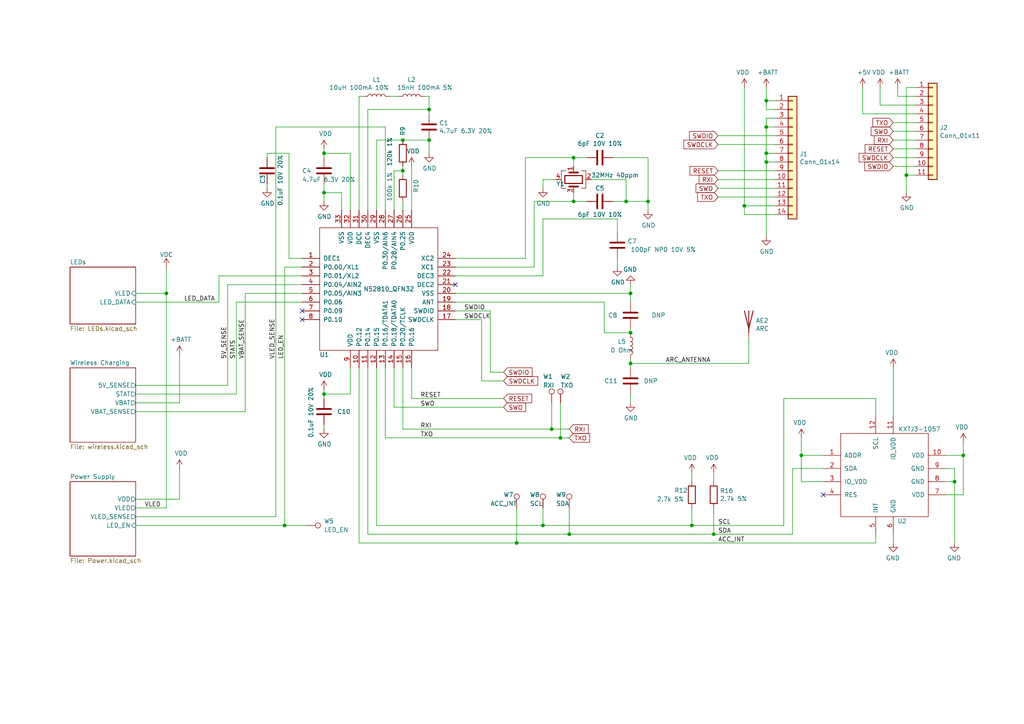
<source format=kicad_sch>
(kicad_sch (version 20211123) (generator eeschema)
  (paper "A4")
  (title_block (title "Pixels D20 Schematic, Main") (date "2021-06-23") (rev "2") (company "Systemic Games, LLC"))
  (lib_symbols
    (symbol "Connector_Generic:Conn_01x11" (pin_names (offset 1.016) hide)
      (property "Reference" "J" (at 0 15.24 0))
      (property "Value" "Conn_01x11" (at 0 -15.24 0))
      (symbol "Conn_01x11_1_1"
        (rectangle (start -1.27 -12.573) (end 0 -12.827) (stroke (width 0.1524)))
        (rectangle (start -1.27 -10.033) (end 0 -10.287) (stroke (width 0.1524)))
        (rectangle (start -1.27 -7.493) (end 0 -7.747) (stroke (width 0.1524)))
        (rectangle (start -1.27 -4.953) (end 0 -5.207) (stroke (width 0.1524)))
        (rectangle (start -1.27 -2.413) (end 0 -2.667) (stroke (width 0.1524)))
        (rectangle (start -1.27 0.127) (end 0 -0.127) (stroke (width 0.1524)))
        (rectangle (start -1.27 2.667) (end 0 2.413) (stroke (width 0.1524)))
        (rectangle (start -1.27 5.207) (end 0 4.953) (stroke (width 0.1524)))
        (rectangle (start -1.27 7.747) (end 0 7.493) (stroke (width 0.1524)))
        (rectangle (start -1.27 10.287) (end 0 10.033) (stroke (width 0.1524)))
        (rectangle (start -1.27 12.827) (end 0 12.573) (stroke (width 0.1524)))
        (rectangle (start -1.27 13.97) (end 1.27 -13.97) (stroke (width 0.254)) (fill (type background)))
        (pin passive line (at -5.08 12.7 0) (length 3.81) (name "Pin_1") (number "1"))
        (pin passive line (at -5.08 -10.16 0) (length 3.81) (name "Pin_10") (number "10"))
        (pin passive line (at -5.08 -12.7 0) (length 3.81) (name "Pin_11") (number "11"))
        (pin passive line (at -5.08 10.16 0) (length 3.81) (name "Pin_2") (number "2"))
        (pin passive line (at -5.08 7.62 0) (length 3.81) (name "Pin_3") (number "3"))
        (pin passive line (at -5.08 5.08 0) (length 3.81) (name "Pin_4") (number "4"))
        (pin passive line (at -5.08 2.54 0) (length 3.81) (name "Pin_5") (number "5"))
        (pin passive line (at -5.08 0 0) (length 3.81) (name "Pin_6") (number "6"))
        (pin passive line (at -5.08 -2.54 0) (length 3.81) (name "Pin_7") (number "7"))
        (pin passive line (at -5.08 -5.08 0) (length 3.81) (name "Pin_8") (number "8"))
        (pin passive line (at -5.08 -7.62 0) (length 3.81) (name "Pin_9") (number "9"))
      )
    )
    (symbol "Connector_Generic:Conn_01x14" (pin_names (offset 1.016) hide)
      (property "Reference" "J" (at 0 17.78 0))
      (property "Value" "Conn_01x14" (at 0 -20.32 0))
      (symbol "Conn_01x14_1_1"
        (rectangle (start -1.27 -17.653) (end 0 -17.907) (stroke (width 0.1524)))
        (rectangle (start -1.27 -15.113) (end 0 -15.367) (stroke (width 0.1524)))
        (rectangle (start -1.27 -12.573) (end 0 -12.827) (stroke (width 0.1524)))
        (rectangle (start -1.27 -10.033) (end 0 -10.287) (stroke (width 0.1524)))
        (rectangle (start -1.27 -7.493) (end 0 -7.747) (stroke (width 0.1524)))
        (rectangle (start -1.27 -4.953) (end 0 -5.207) (stroke (width 0.1524)))
        (rectangle (start -1.27 -2.413) (end 0 -2.667) (stroke (width 0.1524)))
        (rectangle (start -1.27 0.127) (end 0 -0.127) (stroke (width 0.1524)))
        (rectangle (start -1.27 2.667) (end 0 2.413) (stroke (width 0.1524)))
        (rectangle (start -1.27 5.207) (end 0 4.953) (stroke (width 0.1524)))
        (rectangle (start -1.27 7.747) (end 0 7.493) (stroke (width 0.1524)))
        (rectangle (start -1.27 10.287) (end 0 10.033) (stroke (width 0.1524)))
        (rectangle (start -1.27 12.827) (end 0 12.573) (stroke (width 0.1524)))
        (rectangle (start -1.27 15.367) (end 0 15.113) (stroke (width 0.1524)))
        (rectangle (start -1.27 16.51) (end 1.27 -19.05) (stroke (width 0.254)) (fill (type background)))
        (pin passive line (at -5.08 15.24 0) (length 3.81) (name "Pin_1") (number "1"))
        (pin passive line (at -5.08 -7.62 0) (length 3.81) (name "Pin_10") (number "10"))
        (pin passive line (at -5.08 -10.16 0) (length 3.81) (name "Pin_11") (number "11"))
        (pin passive line (at -5.08 -12.7 0) (length 3.81) (name "Pin_12") (number "12"))
        (pin passive line (at -5.08 -15.24 0) (length 3.81) (name "Pin_13") (number "13"))
        (pin passive line (at -5.08 -17.78 0) (length 3.81) (name "Pin_14") (number "14"))
        (pin passive line (at -5.08 12.7 0) (length 3.81) (name "Pin_2") (number "2"))
        (pin passive line (at -5.08 10.16 0) (length 3.81) (name "Pin_3") (number "3"))
        (pin passive line (at -5.08 7.62 0) (length 3.81) (name "Pin_4") (number "4"))
        (pin passive line (at -5.08 5.08 0) (length 3.81) (name "Pin_5") (number "5"))
        (pin passive line (at -5.08 2.54 0) (length 3.81) (name "Pin_6") (number "6"))
        (pin passive line (at -5.08 0 0) (length 3.81) (name "Pin_7") (number "7"))
        (pin passive line (at -5.08 -2.54 0) (length 3.81) (name "Pin_8") (number "8"))
        (pin passive line (at -5.08 -5.08 0) (length 3.81) (name "Pin_9") (number "9"))
      )
    )
    (symbol "Device:Antenna" (pin_numbers hide) (pin_names (offset 1.016) hide)
      (property "Reference" "AE" (at -1.905 1.905 0))
      (property "Value" "Antenna" (at -1.905 0 0))
      (symbol "Antenna_0_1"
        (polyline (pts (xy 0 2.54) (xy 0 -3.81)) (stroke (width 0.254)))
        (polyline (pts (xy 1.27 2.54) (xy 0 -2.54) (xy -1.27 2.54)) (stroke (width 0.254)))
      )
      (symbol "Antenna_1_1"
        (pin input line (at 0 -5.08 90) (length 2.54) (name "A") (number "1"))
      )
    )
    (symbol "Device:C" (pin_numbers hide) (pin_names (offset 0.254))
      (property "Reference" "C" (at 0.635 2.54 0))
      (property "Value" "C" (at 0.635 -2.54 0))
      (symbol "C_0_1"
        (polyline (pts (xy -2.032 -0.762) (xy 2.032 -0.762)) (stroke (width 0.508)))
        (polyline (pts (xy -2.032 0.762) (xy 2.032 0.762)) (stroke (width 0.508)))
      )
      (symbol "C_1_1"
        (pin passive line (at 0 3.81 270) (length 2.794) (name "~") (number "1"))
        (pin passive line (at 0 -3.81 90) (length 2.794) (name "~") (number "2"))
      )
    )
    (symbol "Device:Crystal_GND24" (pin_names (offset 1.016) hide)
      (property "Reference" "Y" (at 3.175 5.08 0))
      (property "Value" "Crystal_GND24" (at 3.175 3.175 0))
      (symbol "Crystal_GND24_0_1"
        (rectangle (start -1.143 2.54) (end 1.143 -2.54) (stroke (width 0.3048)))
        (polyline (pts (xy -2.54 0) (xy -2.032 0)))
        (polyline (pts (xy -2.032 -1.27) (xy -2.032 1.27)) (stroke (width 0.508)))
        (polyline (pts (xy 0 -3.81) (xy 0 -3.556)))
        (polyline (pts (xy 0 3.556) (xy 0 3.81)))
        (polyline (pts (xy 2.032 -1.27) (xy 2.032 1.27)) (stroke (width 0.508)))
        (polyline (pts (xy 2.032 0) (xy 2.54 0)))
        (polyline (pts (xy -2.54 -2.286) (xy -2.54 -3.556) (xy 2.54 -3.556) (xy 2.54 -2.286)))
        (polyline (pts (xy -2.54 2.286) (xy -2.54 3.556) (xy 2.54 3.556) (xy 2.54 2.286)))
      )
      (symbol "Crystal_GND24_1_1"
        (pin passive line (at -3.81 0 0) (length 1.27) (name "1") (number "1"))
        (pin passive line (at 0 5.08 270) (length 1.27) (name "2") (number "2"))
        (pin passive line (at 3.81 0 180) (length 1.27) (name "3") (number "3"))
        (pin passive line (at 0 -5.08 90) (length 1.27) (name "4") (number "4"))
      )
    )
    (symbol "Device:L" (pin_numbers hide) (pin_names (offset 1.016) hide)
      (property "Reference" "L" (at -1.27 0 90))
      (property "Value" "L" (at 1.905 0 90))
      (symbol "L_0_1"
        (arc (start 0 -2.54) (mid 0.635 -1.905) (end 0 -1.27))
        (arc (start 0 -1.27) (mid 0.635 -0.635) (end 0 0))
        (arc (start 0 0) (mid 0.635 0.635) (end 0 1.27))
        (arc (start 0 1.27) (mid 0.635 1.905) (end 0 2.54))
      )
      (symbol "L_1_1"
        (pin passive line (at 0 3.81 270) (length 1.27) (name "1") (number "1"))
        (pin passive line (at 0 -3.81 90) (length 1.27) (name "2") (number "2"))
      )
    )
    (symbol "Device:R" (pin_numbers hide) (pin_names (offset 0))
      (property "Reference" "R" (at 2.032 0 90))
      (property "Value" "R" (at 0 0 90))
      (symbol "R_0_1"
        (rectangle (start -1.016 -2.54) (end 1.016 2.54) (stroke (width 0.254)))
      )
      (symbol "R_1_1"
        (pin passive line (at 0 3.81 270) (length 1.27) (name "~") (number "1"))
        (pin passive line (at 0 -3.81 90) (length 1.27) (name "~") (number "2"))
      )
    )
    (symbol "Pixels-dice:KXTJ3-1057" (pin_names (offset 1.016))
      (property "Reference" "U" (at 10.16 -12.7 0))
      (property "Value" "KXTJ3-1057" (at 8.89 13.97 0))
      (symbol "KXTJ3-1057_0_1"
        (rectangle (start -12.7 12.7) (end 12.7 -11.43))
      )
      (symbol "KXTJ3-1057_1_1"
        (pin input line (at -17.78 6.35 0) (length 5.08) (name "ADDR") (number "1"))
        (pin power_in line (at 17.78 6.35 180) (length 5.08) (name "VDD") (number "10"))
        (pin power_in line (at 2.54 17.78 270) (length 5.08) (name "IO_VDD") (number "11"))
        (pin input line (at -2.54 17.78 270) (length 5.08) (name "SCL") (number "12"))
        (pin bidirectional line (at -17.78 2.54 0) (length 5.08) (name "SDA") (number "2"))
        (pin power_in line (at -17.78 -1.27 0) (length 5.08) (name "IO_VDD") (number "3"))
        (pin passive line (at -17.78 -5.08 0) (length 5.08) (name "RES") (number "4"))
        (pin output line (at -2.54 -16.51 90) (length 5.08) (name "INT") (number "5"))
        (pin power_in line (at 2.54 -16.51 90) (length 5.08) (name "GND") (number "6"))
        (pin power_in line (at 17.78 -5.08 180) (length 5.08) (name "VDD") (number "7"))
        (pin power_in line (at 17.78 -1.27 180) (length 5.08) (name "GND") (number "8"))
        (pin power_in line (at 17.78 2.54 180) (length 5.08) (name "GND") (number "9"))
      )
    )
    (symbol "Pixels-dice:N52810_QFN32" (pin_names (offset 1.016))
      (property "Reference" "U" (at 13.97 -19.05 0))
      (property "Value" "N52810_QFN32" (at 2.54 0 0))
      (symbol "N52810_QFN32_0_1"
        (rectangle (start -17.78 17.78) (end 16.51 -17.78))
      )
      (symbol "N52810_QFN32_1_1"
        (pin power_out line (at -22.86 8.89 0) (length 5.08) (name "DEC1") (number "1"))
        (pin bidirectional line (at -6.35 -22.86 90) (length 5.08) (name "P0.12") (number "10"))
        (pin bidirectional line (at -3.81 -22.86 90) (length 5.08) (name "P0.14") (number "11"))
        (pin bidirectional line (at -1.27 -22.86 90) (length 5.08) (name "P0.15") (number "12"))
        (pin bidirectional line (at 1.27 -22.86 90) (length 5.08) (name "P0.16/TDATA1") (number "13"))
        (pin bidirectional line (at 3.81 -22.86 90) (length 5.08) (name "P0.18/TDATA0") (number "14"))
        (pin bidirectional line (at 6.35 -22.86 90) (length 5.08) (name "P0.20/TCLK") (number "15"))
        (pin bidirectional line (at 8.89 -22.86 90) (length 5.08) (name "P0.16") (number "16"))
        (pin bidirectional line (at 21.59 -8.89 180) (length 5.08) (name "SWDCLK") (number "17"))
        (pin bidirectional line (at 21.59 -6.35 180) (length 5.08) (name "SWDIO") (number "18"))
        (pin output line (at 21.59 -3.81 180) (length 5.08) (name "ANT") (number "19"))
        (pin bidirectional line (at -22.86 6.35 0) (length 5.08) (name "P0.00/XL1") (number "2"))
        (pin output line (at 21.59 -1.27 180) (length 5.08) (name "VSS") (number "20"))
        (pin output line (at 21.59 1.27 180) (length 5.08) (name "DEC2") (number "21"))
        (pin output line (at 21.59 3.81 180) (length 5.08) (name "DEC3") (number "22"))
        (pin output line (at 21.59 6.35 180) (length 5.08) (name "XC1") (number "23"))
        (pin input line (at 21.59 8.89 180) (length 5.08) (name "XC2") (number "24"))
        (pin power_in line (at 8.89 22.86 270) (length 5.08) (name "VDD") (number "25"))
        (pin bidirectional line (at 6.35 22.86 270) (length 5.08) (name "P0.25") (number "26"))
        (pin bidirectional line (at 3.81 22.86 270) (length 5.08) (name "P0.28/AIN4") (number "27"))
        (pin bidirectional line (at 1.27 22.86 270) (length 5.08) (name "P0.30/AIN6") (number "28"))
        (pin power_in line (at -1.27 22.86 270) (length 5.08) (name "VSS") (number "29"))
        (pin bidirectional line (at -22.86 3.81 0) (length 5.08) (name "P0.01/XL2") (number "3"))
        (pin output line (at -3.81 22.86 270) (length 5.08) (name "DEC4") (number "30"))
        (pin output line (at -6.35 22.86 270) (length 5.08) (name "DCC") (number "31"))
        (pin power_in line (at -8.89 22.86 270) (length 5.08) (name "VDD") (number "32"))
        (pin power_in line (at -11.43 22.86 270) (length 5.08) (name "VSS") (number "33"))
        (pin bidirectional line (at -22.86 1.27 0) (length 5.08) (name "P0.04/AIN2") (number "4"))
        (pin bidirectional line (at -22.86 -1.27 0) (length 5.08) (name "P0.05/AIN3") (number "5"))
        (pin bidirectional line (at -22.86 -3.81 0) (length 5.08) (name "P0.06") (number "6"))
        (pin bidirectional line (at -22.86 -6.35 0) (length 5.08) (name "P0.09") (number "7"))
        (pin bidirectional line (at -22.86 -8.89 0) (length 5.08) (name "P0.10") (number "8"))
        (pin power_in line (at -8.89 -22.86 90) (length 5.08) (name "VDD") (number "9"))
      )
    )
    (symbol "Pixels-dice:TEST_1P-conn" (pin_numbers hide) (pin_names (offset 0.762) hide)
      (property "Reference" "W" (at 0 6.858 0))
      (property "Value" "TEST_1P-conn" (at 0 5.08 0))
      (symbol "TEST_1P-conn_0_1"
        (circle (center 0 3.302) (radius 0.762))
      )
      (symbol "TEST_1P-conn_1_1"
        (pin passive line (at 0 0 90) (length 2.54) (name "1") (number "1"))
      )
    )
    (symbol "power:+5V" (power) (pin_names (offset 0))
      (property "Value" "+5V" (at 0 3.556 0))
      (symbol "+5V_0_1"
        (polyline (pts (xy -0.762 1.27) (xy 0 2.54)))
        (polyline (pts (xy 0 0) (xy 0 2.54)))
        (polyline (pts (xy 0 2.54) (xy 0.762 1.27)))
      )
      (symbol "+5V_1_1"
        (pin power_in line (at 0 0 90) (length 0) hide (name "+5V") (number "1"))
      )
    )
    (symbol "power:+BATT" (power) (pin_names (offset 0))
      (property "Value" "+BATT" (at 0 3.556 0))
      (symbol "+BATT_0_1"
        (polyline (pts (xy -0.762 1.27) (xy 0 2.54)))
        (polyline (pts (xy 0 0) (xy 0 2.54)))
        (polyline (pts (xy 0 2.54) (xy 0.762 1.27)))
      )
      (symbol "+BATT_1_1"
        (pin power_in line (at 0 0 90) (length 0) hide (name "+BATT") (number "1"))
      )
    )
    (symbol "power:GND" (power) (pin_names (offset 0))
      (property "Value" "GND" (at 0 -3.81 0))
      (symbol "GND_0_1"
        (polyline (pts (xy 0 0) (xy 0 -1.27) (xy 1.27 -1.27) (xy 0 -2.54) (xy -1.27 -1.27) (xy 0 -1.27)))
      )
      (symbol "GND_1_1"
        (pin power_in line (at 0 0 270) (length 0) hide (name "GND") (number "1"))
      )
    )
    (symbol "power:VDC" (power) (pin_names (offset 0))
      (property "Value" "VDC" (at 0 6.35 0))
      (symbol "VDC_0_1"
        (polyline (pts (xy -0.762 1.27) (xy 0 2.54)))
        (polyline (pts (xy 0 0) (xy 0 2.54)))
        (polyline (pts (xy 0 2.54) (xy 0.762 1.27)))
      )
      (symbol "VDC_1_1"
        (pin power_in line (at 0 0 90) (length 0) hide (name "VDC") (number "1"))
      )
    )
    (symbol "power:VDD" (power) (pin_names (offset 0))
      (property "Value" "VDD" (at 0 3.81 0))
      (symbol "VDD_0_1"
        (polyline (pts (xy -0.762 1.27) (xy 0 2.54)))
        (polyline (pts (xy 0 0) (xy 0 2.54)))
        (polyline (pts (xy 0 2.54) (xy 0.762 1.27)))
      )
      (symbol "VDD_1_1"
        (pin power_in line (at 0 0 90) (length 0) hide (name "VDD") (number "1"))
      )
    )
  )
  (junction (at 279.4 132.08))
  (junction (at 182.88 96.52))
  (junction (at 181.61 58.42))
  (junction (at 276.86 139.7))
  (junction (at 93.98 55.88))
  (junction (at 93.98 44.45))
  (junction (at 124.46 40.64))
  (junction (at 116.84 49.53))
  (junction (at 262.89 50.8))
  (junction (at 166.37 58.42))
  (junction (at 149.86 157.48))
  (junction (at 165.1 154.94))
  (junction (at 207.01 154.94))
  (junction (at 222.25 36.83))
  (junction (at 93.98 114.3))
  (junction (at 124.46 31.75))
  (junction (at 182.88 85.09))
  (junction (at 182.88 105.41))
  (junction (at 82.55 152.4))
  (junction (at 222.25 44.45))
  (junction (at 116.84 40.64))
  (junction (at 222.25 29.21))
  (junction (at 187.96 58.42))
  (junction (at 222.25 46.99))
  (junction (at 48.26 85.09))
  (junction (at 162.56 127))
  (junction (at 232.41 132.08))
  (junction (at 215.9 59.69))
  (junction (at 157.48 152.4))
  (junction (at 160.02 124.46))
  (junction (at 200.66 152.4))
  (junction (at 166.37 45.72))
  (no_connect (at 87.63 92.71))
  (no_connect (at 132.08 82.55))
  (no_connect (at 87.63 90.17))
  (no_connect (at 238.76 143.51))
  (wire (pts (xy 99.06 55.88) (xy 93.98 55.88)))
  (wire (pts (xy 99.06 60.96) (xy 99.06 55.88)))
  (wire (pts (xy 222.25 34.29) (xy 222.25 36.83)))
  (wire (pts (xy 207.01 137.16) (xy 207.01 139.7)))
  (wire (pts (xy 149.86 147.32) (xy 149.86 157.48)))
  (wire (pts (xy 109.22 40.64) (xy 109.22 60.96)))
  (wire (pts (xy 181.61 52.07) (xy 181.61 58.42)))
  (wire (pts (xy 250.19 25.4) (xy 250.19 33.02)))
  (wire (pts (xy 154.94 77.47) (xy 154.94 58.42)))
  (wire (pts (xy 93.98 44.45) (xy 93.98 45.72)))
  (wire (pts (xy 232.41 139.7) (xy 232.41 132.08)))
  (wire (pts (xy 279.4 143.51) (xy 274.32 143.51)))
  (wire (pts (xy 101.6 44.45) (xy 93.98 44.45)))
  (wire (pts (xy 177.8 58.42) (xy 181.61 58.42)))
  (wire (pts (xy 157.48 80.01) (xy 132.08 80.01)))
  (wire (pts (xy 139.7 110.49) (xy 146.05 110.49)))
  (wire (pts (xy 132.08 74.93) (xy 152.4 74.93)))
  (wire (pts (xy 238.76 135.89) (xy 229.87 135.89)))
  (wire (pts (xy 106.68 154.94) (xy 106.68 106.68)))
  (wire (pts (xy 207.01 147.32) (xy 207.01 154.94)))
  (wire (pts (xy 187.96 45.72) (xy 187.96 58.42)))
  (wire (pts (xy 224.79 46.99) (xy 222.25 46.99)))
  (wire (pts (xy 160.02 124.46) (xy 165.1 124.46)))
  (wire (pts (xy 166.37 45.72) (xy 170.18 45.72)))
  (wire (pts (xy 259.08 154.94) (xy 259.08 157.48)))
  (wire (pts (xy 39.37 114.3) (xy 68.58 114.3)))
  (wire (pts (xy 255.27 30.48) (xy 265.43 30.48)))
  (wire (pts (xy 132.08 87.63) (xy 175.26 87.63)))
  (wire (pts (xy 208.28 41.91) (xy 224.79 41.91)))
  (wire (pts (xy 39.37 147.32) (xy 48.26 147.32)))
  (wire (pts (xy 215.9 59.69) (xy 215.9 62.23)))
  (wire (pts (xy 116.84 124.46) (xy 116.84 106.68)))
  (wire (pts (xy 68.58 87.63) (xy 68.58 114.3)))
  (wire (pts (xy 162.56 127) (xy 165.1 127)))
  (wire (pts (xy 260.35 25.4) (xy 260.35 27.94)))
  (wire (pts (xy 80.01 36.83) (xy 111.76 36.83)))
  (wire (pts (xy 111.76 36.83) (xy 111.76 60.96)))
  (wire (pts (xy 262.89 25.4) (xy 262.89 50.8)))
  (wire (pts (xy 124.46 40.64) (xy 124.46 44.45)))
  (wire (pts (xy 39.37 111.76) (xy 66.04 111.76)))
  (wire (pts (xy 93.98 114.3) (xy 93.98 115.57)))
  (wire (pts (xy 132.08 85.09) (xy 182.88 85.09)))
  (wire (pts (xy 259.08 40.64) (xy 265.43 40.64)))
  (wire (pts (xy 149.86 157.48) (xy 254 157.48)))
  (wire (pts (xy 66.04 82.55) (xy 66.04 111.76)))
  (wire (pts (xy 224.79 59.69) (xy 215.9 59.69)))
  (wire (pts (xy 274.32 139.7) (xy 276.86 139.7)))
  (wire (pts (xy 175.26 96.52) (xy 182.88 96.52)))
  (wire (pts (xy 152.4 74.93) (xy 152.4 45.72)))
  (wire (pts (xy 217.17 105.41) (xy 217.17 97.79)))
  (wire (pts (xy 182.88 104.14) (xy 182.88 105.41)))
  (wire (pts (xy 132.08 90.17) (xy 142.24 90.17)))
  (wire (pts (xy 114.3 106.68) (xy 114.3 118.11)))
  (wire (pts (xy 109.22 106.68) (xy 109.22 152.4)))
  (wire (pts (xy 101.6 60.96) (xy 101.6 44.45)))
  (wire (pts (xy 39.37 87.63) (xy 63.5 87.63)))
  (wire (pts (xy 254 120.65) (xy 254 115.57)))
  (wire (pts (xy 222.25 31.75) (xy 224.79 31.75)))
  (wire (pts (xy 93.98 114.3) (xy 93.98 113.03)))
  (wire (pts (xy 142.24 107.95) (xy 146.05 107.95)))
  (wire (pts (xy 222.25 29.21) (xy 222.25 31.75)))
  (wire (pts (xy 161.29 52.07) (xy 157.48 52.07)))
  (wire (pts (xy 160.02 116.84) (xy 160.02 124.46)))
  (wire (pts (xy 259.08 45.72) (xy 265.43 45.72)))
  (wire (pts (xy 222.25 44.45) (xy 222.25 46.99)))
  (wire (pts (xy 124.46 31.75) (xy 124.46 33.02)))
  (wire (pts (xy 52.07 144.78) (xy 52.07 135.89)))
  (wire (pts (xy 104.14 60.96) (xy 104.14 27.94)))
  (wire (pts (xy 114.3 60.96) (xy 114.3 49.53)))
  (wire (pts (xy 123.19 27.94) (xy 124.46 27.94)))
  (wire (pts (xy 124.46 31.75) (xy 106.68 31.75)))
  (wire (pts (xy 165.1 154.94) (xy 207.01 154.94)))
  (wire (pts (xy 208.28 49.53) (xy 224.79 49.53)))
  (wire (pts (xy 232.41 132.08) (xy 238.76 132.08)))
  (wire (pts (xy 177.8 45.72) (xy 187.96 45.72)))
  (wire (pts (xy 222.25 36.83) (xy 222.25 44.45)))
  (wire (pts (xy 39.37 85.09) (xy 48.26 85.09)))
  (wire (pts (xy 274.32 135.89) (xy 276.86 135.89)))
  (wire (pts (xy 279.4 132.08) (xy 279.4 143.51)))
  (wire (pts (xy 114.3 49.53) (xy 116.84 49.53)))
  (wire (pts (xy 154.94 58.42) (xy 166.37 58.42)))
  (wire (pts (xy 232.41 132.08) (xy 232.41 127)))
  (wire (pts (xy 101.6 114.3) (xy 93.98 114.3)))
  (wire (pts (xy 111.76 127) (xy 162.56 127)))
  (wire (pts (xy 227.33 115.57) (xy 227.33 152.4)))
  (wire (pts (xy 276.86 139.7) (xy 276.86 157.48)))
  (wire (pts (xy 82.55 77.47) (xy 82.55 152.4)))
  (wire (pts (xy 200.66 137.16) (xy 200.66 139.7)))
  (wire (pts (xy 88.9 152.4) (xy 82.55 152.4)))
  (wire (pts (xy 222.25 34.29) (xy 224.79 34.29)))
  (wire (pts (xy 166.37 58.42) (xy 170.18 58.42)))
  (wire (pts (xy 215.9 62.23) (xy 224.79 62.23)))
  (wire (pts (xy 222.25 46.99) (xy 222.25 68.58)))
  (wire (pts (xy 182.88 82.55) (xy 182.88 85.09)))
  (wire (pts (xy 116.84 124.46) (xy 160.02 124.46)))
  (wire (pts (xy 179.07 63.5) (xy 179.07 67.31)))
  (wire (pts (xy 262.89 55.88) (xy 262.89 50.8)))
  (wire (pts (xy 259.08 48.26) (xy 265.43 48.26)))
  (wire (pts (xy 119.38 106.68) (xy 119.38 115.57)))
  (wire (pts (xy 208.28 57.15) (xy 224.79 57.15)))
  (wire (pts (xy 157.48 152.4) (xy 200.66 152.4)))
  (wire (pts (xy 152.4 45.72) (xy 166.37 45.72)))
  (wire (pts (xy 63.5 80.01) (xy 87.63 80.01)))
  (wire (pts (xy 39.37 144.78) (xy 52.07 144.78)))
  (wire (pts (xy 259.08 38.1) (xy 265.43 38.1)))
  (wire (pts (xy 39.37 119.38) (xy 71.12 119.38)))
  (wire (pts (xy 124.46 27.94) (xy 124.46 31.75)))
  (wire (pts (xy 48.26 85.09) (xy 48.26 147.32)))
  (wire (pts (xy 82.55 77.47) (xy 87.63 77.47)))
  (wire (pts (xy 200.66 152.4) (xy 227.33 152.4)))
  (wire (pts (xy 106.68 154.94) (xy 165.1 154.94)))
  (wire (pts (xy 119.38 48.26) (xy 119.38 60.96)))
  (wire (pts (xy 82.55 152.4) (xy 39.37 152.4)))
  (wire (pts (xy 208.28 54.61) (xy 224.79 54.61)))
  (wire (pts (xy 87.63 82.55) (xy 66.04 82.55)))
  (wire (pts (xy 116.84 58.42) (xy 116.84 60.96)))
  (wire (pts (xy 182.88 105.41) (xy 182.88 106.68)))
  (wire (pts (xy 116.84 40.64) (xy 124.46 40.64)))
  (wire (pts (xy 104.14 27.94) (xy 105.41 27.94)))
  (wire (pts (xy 250.19 33.02) (xy 265.43 33.02)))
  (wire (pts (xy 260.35 27.94) (xy 265.43 27.94)))
  (wire (pts (xy 104.14 157.48) (xy 149.86 157.48)))
  (wire (pts (xy 139.7 92.71) (xy 139.7 110.49)))
  (wire (pts (xy 39.37 149.86) (xy 80.01 149.86)))
  (wire (pts (xy 171.45 52.07) (xy 181.61 52.07)))
  (wire (pts (xy 93.98 44.45) (xy 93.98 43.18)))
  (wire (pts (xy 93.98 55.88) (xy 93.98 58.42)))
  (wire (pts (xy 48.26 85.09) (xy 48.26 77.47)))
  (wire (pts (xy 175.26 87.63) (xy 175.26 96.52)))
  (wire (pts (xy 132.08 92.71) (xy 139.7 92.71)))
  (wire (pts (xy 165.1 147.32) (xy 165.1 154.94)))
  (wire (pts (xy 229.87 135.89) (xy 229.87 154.94)))
  (wire (pts (xy 224.79 44.45) (xy 222.25 44.45)))
  (wire (pts (xy 77.47 53.34) (xy 77.47 54.61)))
  (wire (pts (xy 146.05 115.57) (xy 119.38 115.57)))
  (wire (pts (xy 265.43 25.4) (xy 262.89 25.4)))
  (wire (pts (xy 116.84 49.53) (xy 116.84 50.8)))
  (wire (pts (xy 222.25 25.4) (xy 222.25 29.21)))
  (wire (pts (xy 162.56 116.84) (xy 162.56 127)))
  (wire (pts (xy 157.48 147.32) (xy 157.48 152.4)))
  (wire (pts (xy 83.82 44.45) (xy 77.47 44.45)))
  (wire (pts (xy 182.88 95.25) (xy 182.88 96.52)))
  (wire (pts (xy 182.88 105.41) (xy 217.17 105.41)))
  (wire (pts (xy 142.24 90.17) (xy 142.24 107.95)))
  (wire (pts (xy 109.22 40.64) (xy 116.84 40.64)))
  (wire (pts (xy 279.4 128.27) (xy 279.4 132.08)))
  (wire (pts (xy 87.63 74.93) (xy 83.82 74.93)))
  (wire (pts (xy 93.98 53.34) (xy 93.98 55.88)))
  (wire (pts (xy 157.48 63.5) (xy 157.48 80.01)))
  (wire (pts (xy 254 154.94) (xy 254 157.48)))
  (wire (pts (xy 106.68 31.75) (xy 106.68 60.96)))
  (wire (pts (xy 71.12 85.09) (xy 71.12 119.38)))
  (wire (pts (xy 181.61 58.42) (xy 187.96 58.42)))
  (wire (pts (xy 83.82 74.93) (xy 83.82 44.45)))
  (wire (pts (xy 259.08 43.18) (xy 265.43 43.18)))
  (wire (pts (xy 207.01 154.94) (xy 229.87 154.94)))
  (wire (pts (xy 255.27 25.4) (xy 255.27 30.48)))
  (wire (pts (xy 116.84 48.26) (xy 116.84 49.53)))
  (wire (pts (xy 259.08 35.56) (xy 265.43 35.56)))
  (wire (pts (xy 63.5 87.63) (xy 63.5 80.01)))
  (wire (pts (xy 80.01 36.83) (xy 80.01 149.86)))
  (wire (pts (xy 39.37 116.84) (xy 52.07 116.84)))
  (wire (pts (xy 182.88 85.09) (xy 182.88 87.63)))
  (wire (pts (xy 104.14 106.68) (xy 104.14 157.48)))
  (wire (pts (xy 179.07 74.93) (xy 179.07 77.47)))
  (wire (pts (xy 157.48 52.07) (xy 157.48 54.61)))
  (wire (pts (xy 68.58 87.63) (xy 87.63 87.63)))
  (wire (pts (xy 113.03 27.94) (xy 115.57 27.94)))
  (wire (pts (xy 187.96 58.42) (xy 187.96 60.96)))
  (wire (pts (xy 166.37 55.88) (xy 166.37 58.42)))
  (wire (pts (xy 208.28 39.37) (xy 224.79 39.37)))
  (wire (pts (xy 166.37 48.26) (xy 166.37 45.72)))
  (wire (pts (xy 279.4 132.08) (xy 274.32 132.08)))
  (wire (pts (xy 254 115.57) (xy 227.33 115.57)))
  (wire (pts (xy 179.07 63.5) (xy 157.48 63.5)))
  (wire (pts (xy 238.76 139.7) (xy 232.41 139.7)))
  (wire (pts (xy 146.05 118.11) (xy 114.3 118.11)))
  (wire (pts (xy 262.89 50.8) (xy 265.43 50.8)))
  (wire (pts (xy 77.47 44.45) (xy 77.47 45.72)))
  (wire (pts (xy 224.79 36.83) (xy 222.25 36.83)))
  (wire (pts (xy 111.76 127) (xy 111.76 106.68)))
  (wire (pts (xy 215.9 25.4) (xy 215.9 59.69)))
  (wire (pts (xy 276.86 135.89) (xy 276.86 139.7)))
  (wire (pts (xy 259.08 106.68) (xy 259.08 120.65)))
  (wire (pts (xy 182.88 114.3) (xy 182.88 116.84)))
  (wire (pts (xy 222.25 29.21) (xy 224.79 29.21)))
  (wire (pts (xy 132.08 77.47) (xy 154.94 77.47)))
  (wire (pts (xy 200.66 147.32) (xy 200.66 152.4)))
  (wire (pts (xy 101.6 106.68) (xy 101.6 114.3)))
  (wire (pts (xy 52.07 102.87) (xy 52.07 116.84)))
  (wire (pts (xy 87.63 85.09) (xy 71.12 85.09)))
  (wire (pts (xy 208.28 52.07) (xy 224.79 52.07)))
  (wire (pts (xy 109.22 152.4) (xy 157.48 152.4)))
  (wire (pts (xy 93.98 123.19) (xy 93.98 124.46)))
  (label "VLED_SENSE" (at 80.01 104.14 90))
  (label "TXO" (at 121.92 127 0))
  (label "ACC_INT" (at 208.28 157.48 0))
  (label "SWDCLK" (at 134.62 92.71 0))
  (label "VBAT_SENSE" (at 71.12 104.14 90))
  (label "5V_SENSE" (at 66.04 104.14 90))
  (label "SDA" (at 208.28 154.94 0))
  (label "LED_EN" (at 82.55 104.14 90))
  (label "ARC_ANTENNA" (at 193.04 105.41 0))
  (label "RXI" (at 121.92 124.46 0))
  (label "SWDIO" (at 134.62 90.17 0))
  (label "SWO" (at 121.92 118.11 0))
  (label "LED_DATA" (at 53.34 87.63 0))
  (label "RESET" (at 121.92 115.57 0))
  (label "SCL" (at 208.28 152.4 0))
  (label "VLED" (at 41.91 147.32 0))
  (label "STATS" (at 68.58 104.14 90))
  (global_label "TXO" (shape input) (at 165.1 127 0) (property "Intersheet References" "${INTERSHEET_REFS}" (effects hide)))
  (global_label "RXI" (shape input) (at 259.08 40.64 180) (property "Intersheet References" "${INTERSHEET_REFS}" (effects hide)))
  (global_label "RESET" (shape input) (at 259.08 43.18 180) (property "Intersheet References" "${INTERSHEET_REFS}" (effects hide)))
  (global_label "RESET" (shape input) (at 208.28 49.53 180) (property "Intersheet References" "${INTERSHEET_REFS}" (effects hide)))
  (global_label "SWDIO" (shape input) (at 146.05 107.95 0) (property "Intersheet References" "${INTERSHEET_REFS}" (effects hide)))
  (global_label "RXI" (shape input) (at 208.28 52.07 180) (property "Intersheet References" "${INTERSHEET_REFS}" (effects hide)))
  (global_label "SWDCLK" (shape input) (at 259.08 45.72 180) (property "Intersheet References" "${INTERSHEET_REFS}" (effects hide)))
  (global_label "TXO" (shape input) (at 259.08 35.56 180) (property "Intersheet References" "${INTERSHEET_REFS}" (effects hide)))
  (global_label "SWO" (shape input) (at 146.05 118.11 0) (property "Intersheet References" "${INTERSHEET_REFS}" (effects hide)))
  (global_label "SWDCLK" (shape input) (at 146.05 110.49 0) (property "Intersheet References" "${INTERSHEET_REFS}" (effects hide)))
  (global_label "TXO" (shape input) (at 208.28 57.15 180) (property "Intersheet References" "${INTERSHEET_REFS}" (effects hide)))
  (global_label "RESET" (shape input) (at 146.05 115.57 0) (property "Intersheet References" "${INTERSHEET_REFS}" (effects hide)))
  (global_label "SWDIO" (shape input) (at 259.08 48.26 180) (property "Intersheet References" "${INTERSHEET_REFS}" (effects hide)))
  (global_label "SWO" (shape input) (at 208.28 54.61 180) (property "Intersheet References" "${INTERSHEET_REFS}" (effects hide)))
  (global_label "RXI" (shape input) (at 165.1 124.46 0) (property "Intersheet References" "${INTERSHEET_REFS}" (effects hide)))
  (global_label "SWDCLK" (shape input) (at 208.28 41.91 180) (property "Intersheet References" "${INTERSHEET_REFS}" (effects hide)))
  (global_label "SWO" (shape input) (at 259.08 38.1 180) (property "Intersheet References" "${INTERSHEET_REFS}" (effects hide)))
  (global_label "SWDIO" (shape input) (at 208.28 39.37 180) (property "Intersheet References" "${INTERSHEET_REFS}" (effects hide)))
  (symbol (lib_id "power:GND") (at 93.98 124.46 0) (unit 1)
    (property "Reference" "#PWR016" (effects hide))
    (property "Value" "GND" (at 94.107 128.8542 0))
  )
  (symbol (lib_id "power:VDD") (at 93.98 113.03 0) (unit 1)
    (property "Reference" "#PWR014" (effects hide))
    (property "Value" "VDD" (at 94.4118 108.6358 0))
  )
  (symbol (lib_id "Device:C") (at 93.98 119.38 0) (unit 1)
    (property "Reference" "C10" (at 97.79 119.38 0) (effects (justify left)))
    (property "Value" "0.1uF 10V 20%" (at 90.17 127 90) (effects (justify left)))
    (property "Footprint" "Capacitor_SMD:C_0402_1005Metric" (effects hide))
    (property "Generic OK" "YES" (effects hide))
    (property "Pixels Part Number" "SMD-C005" (effects hide))
    (property "Manufacturer" "Murata" (effects hide))
    (property "Manufacturer Part Number" "GRM155R61H104KE19D" (effects hide))
  )
  (symbol (lib_id "power:GND") (at 93.98 58.42 0) (unit 1)
    (property "Reference" "#PWR08" (effects hide))
    (property "Value" "GND" (at 94.107 62.8142 0))
  )
  (symbol (lib_id "power:VDD") (at 93.98 43.18 0) (unit 1)
    (property "Reference" "#PWR01" (effects hide))
    (property "Value" "VDD" (at 94.4118 38.7858 0))
  )
  (symbol (lib_id "Device:C") (at 93.98 49.53 0) (unit 1)
    (property "Reference" "C4" (at 87.63 49.53 0) (effects (justify left)))
    (property "Value" "4.7uF 6.3V 20%" (at 87.63 52.07 0) (effects (justify left)))
    (property "Footprint" "Capacitor_SMD:C_0402_1005Metric" (effects hide))
    (property "Generic OK" "YES" (effects hide))
    (property "Pixels Part Number" "SMD-C002" (effects hide))
    (property "Manufacturer" "Murata" (effects hide))
    (property "Manufacturer Part Number" "GRM155R60J475ME87D" (effects hide))
  )
  (symbol (lib_id "power:GND") (at 77.47 54.61 0) (unit 1)
    (property "Reference" "#PWR05" (effects hide))
    (property "Value" "GND" (at 77.597 59.0042 0))
  )
  (symbol (lib_id "Device:C") (at 77.47 49.53 0) (unit 1)
    (property "Reference" "C3" (at 76.2 53.34 90) (effects (justify left)))
    (property "Value" "0.1uF 10V 20%" (at 81.28 59.69 90) (effects (justify left)))
    (property "Footprint" "Capacitor_SMD:C_0402_1005Metric" (effects hide))
    (property "Generic OK" "YES" (effects hide))
    (property "Pixels Part Number" "SMD-C005" (effects hide))
    (property "Manufacturer" "Murata" (effects hide))
    (property "Manufacturer Part Number" "GRM155R61H104KE19D" (effects hide))
  )
  (symbol (lib_id "Device:L") (at 109.22 27.94 90) (unit 1)
    (property "Reference" "L1" (at 109.22 23.114 90))
    (property "Value" "10uH 100mA 10%" (at 104.14 25.4 90))
    (property "Footprint" "Inductor_SMD:L_0805_2012Metric" (effects hide))
    (property "Generic OK" "YES" (effects hide))
    (property "Pixels Part Number" "SMD-L001" (effects hide))
    (property "Manufacturer" "Taiyo Yuden" (effects hide))
    (property "Manufacturer Part Number" "LBR2012T100K" (effects hide))
  )
  (symbol (lib_id "Device:L") (at 119.38 27.94 90) (unit 1)
    (property "Reference" "L2" (at 119.38 23.114 90))
    (property "Value" "15nH 100mA 5%" (at 123.19 25.4 90))
    (property "Footprint" "Inductor_SMD:L_0402_1005Metric" (effects hide))
    (property "Generic OK" "YES" (effects hide))
    (property "Pixels Part Number" "SMD-L002" (effects hide))
    (property "Manufacturer" "Taiyo Yuden" (effects hide))
    (property "Manufacturer Part Number" "HK100515NJ-T" (effects hide))
  )
  (symbol (lib_id "Device:C") (at 124.46 36.83 0) (unit 1)
    (property "Reference" "C1" (at 127.381 35.6616 0) (effects (justify left)))
    (property "Value" "4.7uF 6.3V 20%" (at 127.381 37.973 0) (effects (justify left)))
    (property "Footprint" "Capacitor_SMD:C_0402_1005Metric" (effects hide))
    (property "Generic OK" "YES" (effects hide))
    (property "Pixels Part Number" "SMD-C002" (effects hide))
    (property "Manufacturer" "Murata" (effects hide))
    (property "Manufacturer Part Number" "GRM155R60J475ME87D" (effects hide))
  )
  (symbol (lib_id "power:GND") (at 124.46 44.45 0) (unit 1)
    (property "Reference" "#PWR03" (effects hide))
    (property "Value" "GND" (at 124.587 48.8442 0))
  )
  (symbol (lib_id "Device:Crystal_GND24") (at 166.37 52.07 270) (unit 1)
    (property "Reference" "Y1" (at 161.29 53.34 90) (effects (justify left)))
    (property "Value" "32MHz 40ppm" (at 171.45 50.8 90) (effects (justify left)))
    (property "Footprint" "Pixels-dice:Crystal_SMD_2016-4Pin_2.0x1.6mm" (effects hide))
    (property "Generic OK" "YES" (effects hide))
    (property "Manufacturer" "Murata" (effects hide))
    (property "Manufacturer Part Number" "XRCGB32M000F2P00R0" (effects hide))
    (property "Pixels Part Number" "SMD-Y001" (effects hide))
  )
  (symbol (lib_id "Device:C") (at 173.99 45.72 270) (unit 1)
    (property "Reference" "C2" (at 173.99 39.3192 90))
    (property "Value" "6pF 10V 10%" (at 173.99 41.6306 90))
    (property "Footprint" "Capacitor_SMD:C_0402_1005Metric" (effects hide))
    (property "Generic OK" "YES" (effects hide))
    (property "Pixels Part Number" "SMD-C001" (effects hide))
    (property "Manufacturer" "Murata" (effects hide))
    (property "Manufacturer Part Number" "GCM1555C1H6R0DA16D" (effects hide))
  )
  (symbol (lib_id "Device:C") (at 173.99 58.42 270) (unit 1)
    (property "Reference" "C5" (at 173.99 54.61 90))
    (property "Value" "6pF 10V 10%" (at 173.99 62.23 90))
    (property "Footprint" "Capacitor_SMD:C_0402_1005Metric" (effects hide))
    (property "Generic OK" "YES" (effects hide))
    (property "Pixels Part Number" "SMD-C001" (effects hide))
    (property "Manufacturer" "Murata" (effects hide))
    (property "Manufacturer Part Number" "GCM1555C1H6R0DA16D" (effects hide))
  )
  (symbol (lib_id "power:GND") (at 187.96 60.96 0) (unit 1)
    (property "Reference" "#PWR09" (effects hide))
    (property "Value" "GND" (at 188.087 65.3542 0))
  )
  (symbol (lib_id "power:GND") (at 179.07 77.47 0) (unit 1)
    (property "Reference" "#PWR011" (effects hide))
    (property "Value" "GND" (at 179.197 81.8642 0))
  )
  (symbol (lib_id "Device:C") (at 179.07 71.12 0) (unit 1)
    (property "Reference" "C7" (at 181.991 69.9516 0) (effects (justify left)))
    (property "Value" "100pF NP0 10V 5%" (at 182.88 72.39 0) (effects (justify left)))
    (property "Footprint" "Capacitor_SMD:C_0402_1005Metric" (effects hide))
    (property "Generic OK" "YES" (effects hide))
    (property "Pixels Part Number" "SMD-C003" (effects hide))
    (property "Manufacturer" "Kemet" (effects hide))
    (property "Manufacturer Part Number" "C0402C101J5GAC7411" (effects hide))
  )
  (symbol (lib_id "Device:C") (at 182.88 91.44 180) (unit 1)
    (property "Reference" "C8" (at 179.07 91.44 0) (effects (justify left)))
    (property "Value" "DNP" (at 193.04 91.44 0) (effects (justify left)))
    (property "Footprint" "Capacitor_SMD:C_0402_1005Metric" (effects hide))
    (property "Generic OK" "YES" (effects hide))
    (property "Pixels Part Number" "SMD-C004" (effects hide))
  )
  (symbol (lib_id "power:GND") (at 182.88 82.55 180) (unit 1)
    (property "Reference" "#PWR012" (effects hide))
    (property "Value" "GND" (at 182.753 78.1558 0))
  )
  (symbol (lib_id "power:GND") (at 157.48 54.61 0) (unit 1)
    (property "Reference" "#PWR06" (effects hide))
    (property "Value" "GND" (at 157.607 59.0042 0))
  )
  (symbol (lib_id "power:VDD") (at 52.07 135.89 0) (unit 1)
    (property "Reference" "#PWR021" (effects hide))
    (property "Value" "VDD" (at 52.5018 131.4958 0))
  )
  (symbol (lib_id "Pixels-dice:TEST_1P-conn") (at 160.02 116.84 0) (unit 1)
    (property "Reference" "W1" (at 157.48 109.22 0) (effects (justify left)))
    (property "Value" "RXI" (at 157.48 111.76 0) (effects (justify left)))
    (property "Footprint" "Pixels-dice:TEST_PIN" (effects hide))
  )
  (symbol (lib_id "Pixels-dice:TEST_1P-conn") (at 162.56 116.84 0) (unit 1)
    (property "Reference" "W2" (at 162.56 109.22 0) (effects (justify left)))
    (property "Value" "TXO" (at 162.56 111.76 0) (effects (justify left)))
    (property "Footprint" "Pixels-dice:TEST_PIN" (effects hide))
  )
  (symbol (lib_id "Pixels-dice:TEST_1P-conn") (at 88.9 152.4 270) (unit 1)
    (property "Reference" "W5" (at 93.98 151.13 90) (effects (justify left)))
    (property "Value" "LED_EN" (at 93.98 153.67 90) (effects (justify left)))
    (property "Footprint" "Pixels-dice:TEST_PIN" (effects hide))
  )
  (symbol (lib_id "Pixels-dice:TEST_1P-conn") (at 149.86 147.32 0) (unit 1)
    (property "Reference" "W7" (at 146.05 143.51 0) (effects (justify left)))
    (property "Value" "ACC_INT" (at 142.24 146.05 0) (effects (justify left)))
    (property "Footprint" "Pixels-dice:TEST_PIN" (effects hide))
  )
  (symbol (lib_id "Pixels-dice:TEST_1P-conn") (at 157.48 147.32 0) (unit 1)
    (property "Reference" "W8" (at 153.67 143.51 0) (effects (justify left)))
    (property "Value" "SCL" (at 153.67 146.05 0) (effects (justify left)))
    (property "Footprint" "Pixels-dice:TEST_PIN" (effects hide))
  )
  (symbol (lib_id "Pixels-dice:TEST_1P-conn") (at 165.1 147.32 0) (unit 1)
    (property "Reference" "W9" (at 161.29 143.51 0) (effects (justify left)))
    (property "Value" "SDA" (at 161.29 146.05 0) (effects (justify left)))
    (property "Footprint" "Pixels-dice:TEST_PIN" (effects hide))
  )
  (symbol (lib_id "Pixels-dice:N52810_QFN32") (at 110.49 83.82 0) (unit 1)
    (property "Reference" "U1" (at 92.71 102.87 0) (effects (justify left)))
    (property "Value" "N52810_QFN32" (at 105.41 83.82 0) (effects (justify left)))
    (property "Footprint" "Package_DFN_QFN:QFN-32-1EP_5x5mm_P0.5mm_EP3.1x3.1mm" (effects hide))
    (property "Generic OK" "NO" (effects hide))
    (property "Manufacturer" "Nordic Semiconductor" (effects hide))
    (property "Manufacturer Part Number" "NRF52810-QCAA-R" (effects hide))
    (property "Pixels Part Number" "SMD-U001" (effects hide))
  )
  (symbol (lib_id "power:VDD") (at 119.38 48.26 0) (unit 1)
    (property "Reference" "#PWR04" (effects hide))
    (property "Value" "VDD" (at 119.8118 43.8658 0))
  )
  (symbol (lib_id "Connector_Generic:Conn_01x14") (at 229.87 44.45 0) (unit 1)
    (property "Reference" "J1" (at 231.902 44.6532 0) (effects (justify left)))
    (property "Value" "Conn_01x14" (at 231.902 46.9646 0) (effects (justify left)))
    (property "Footprint" "Pixels-dice:FPC_14" (effects hide))
  )
  (symbol (lib_id "power:+BATT") (at 222.25 25.4 0) (unit 1)
    (property "Reference" "#PWR07" (effects hide))
    (property "Value" "+BATT" (at 222.631 21.0058 0))
  )
  (symbol (lib_id "power:VDD") (at 215.9 25.4 0) (mirror y) (unit 1)
    (property "Reference" "#PWR02" (effects hide))
    (property "Value" "VDD" (at 215.4682 21.0058 0))
  )
  (symbol (lib_id "power:GND") (at 222.25 68.58 0) (unit 1)
    (property "Reference" "#PWR013" (effects hide))
    (property "Value" "GND" (at 222.377 72.9742 0))
  )
  (symbol (lib_id "Device:R") (at 116.84 54.61 0) (unit 1)
    (property "Reference" "R10" (at 120.65 55.88 90) (effects (justify left)))
    (property "Value" "100k 1%" (at 113.03 58.42 90) (effects (justify left)))
    (property "Footprint" "Resistor_SMD:R_0402_1005Metric" (effects hide))
    (property "Generic OK" "YES" (effects hide))
    (property "Pixels Part Number" "SMD-R006" (effects hide))
    (property "Manufacturer" "Vishay" (effects hide))
    (property "Manufacturer Part Number" "CRCW0402100KFKEDC" (effects hide))
  )
  (symbol (lib_id "Device:R") (at 116.84 44.45 0) (unit 1)
    (property "Reference" "R9" (at 116.84 39.37 90) (effects (justify left)))
    (property "Value" "120k 1%" (at 113.03 48.26 90) (effects (justify left)))
    (property "Footprint" "Resistor_SMD:R_0402_1005Metric" (effects hide))
    (property "Generic OK" "YES" (effects hide))
    (property "Manufacturer" "Vishay" (effects hide))
    (property "Manufacturer Part Number" "CRCW0402120KFKEDC" (effects hide))
  )
  (symbol (lib_id "Connector_Generic:Conn_01x11") (at 270.51 38.1 0) (unit 1)
    (property "Reference" "J2" (at 272.542 37.0332 0) (effects (justify left)))
    (property "Value" "Conn_01x11" (at 272.542 39.3446 0) (effects (justify left)))
    (property "Footprint" "Pixels-dice:FPC-POGO-11" (effects hide))
  )
  (symbol (lib_id "power:+BATT") (at 260.35 25.4 0) (unit 1)
    (property "Reference" "#PWR022" (effects hide))
    (property "Value" "+BATT" (at 260.731 21.0058 0))
  )
  (symbol (lib_id "power:VDD") (at 255.27 25.4 0) (mirror y) (unit 1)
    (property "Reference" "#PWR018" (effects hide))
    (property "Value" "VDD" (at 254.8382 21.0058 0))
  )
  (symbol (lib_id "power:GND") (at 262.89 55.88 0) (unit 1)
    (property "Reference" "#PWR024" (effects hide))
    (property "Value" "GND" (at 263.017 60.2742 0))
  )
  (symbol (lib_id "power:+5V") (at 250.19 25.4 0) (unit 1)
    (property "Reference" "#PWR017" (effects hide))
    (property "Value" "+5V" (at 250.571 21.0058 0))
  )
  (symbol (lib_id "Device:L") (at 182.88 100.33 0) (unit 1)
    (property "Reference" "L5" (at 180.34 99.06 0))
    (property "Value" "0 Ohm" (at 180.34 101.6 0))
    (property "Footprint" "Inductor_SMD:L_0402_1005Metric" (effects hide))
    (property "Generic OK" "YES" (effects hide))
    (property "Manufacturer" "Yageo" (effects hide))
    (property "Manufacturer Part Number" "AC0402JR-130RL" (effects hide))
  )
  (symbol (lib_id "Device:C") (at 182.88 110.49 0) (unit 1)
    (property "Reference" "C11" (at 175.26 110.49 0) (effects (justify left)))
    (property "Value" "DNP" (at 186.69 110.49 0) (effects (justify left)))
    (property "Footprint" "Capacitor_SMD:C_0402_1005Metric" (effects hide))
    (property "Generic OK" "YES" (effects hide))
  )
  (symbol (lib_id "Device:Antenna") (at 217.17 92.71 0) (unit 1)
    (property "Reference" "AE2" (at 219.202 92.9894 0) (effects (justify left)))
    (property "Value" "ARC" (at 219.202 95.3008 0) (effects (justify left)))
    (property "Footprint" "Pixels-dice:ARC_Antenna" (effects hide))
  )
  (symbol (lib_id "power:GND") (at 182.88 116.84 0) (unit 1)
    (property "Reference" "#PWR049" (effects hide))
    (property "Value" "GND" (at 183.007 121.2342 0))
  )
  (symbol (lib_id "Device:R") (at 200.66 143.51 0) (unit 1)
    (property "Reference" "R12" (at 195.58 142.24 0) (effects (justify left)))
    (property "Value" "2.7k 5%" (at 190.5 144.78 0) (effects (justify left)))
    (property "Footprint" "Resistor_SMD:R_0402_1005Metric" (effects hide))
    (property "Generic OK" "YES" (effects hide))
    (property "Manufacturer" "Yageo" (effects hide))
    (property "Manufacturer Part Number" "RC0402JR-072K7L" (effects hide))
    (property "Pixels Part Number" "SMD-R021" (effects hide))
  )
  (symbol (lib_id "Device:R") (at 207.01 143.51 0) (unit 1)
    (property "Reference" "R16" (at 208.788 142.3416 0) (effects (justify left)))
    (property "Value" "2.7k 5%" (at 208.788 144.653 0) (effects (justify left)))
    (property "Footprint" "Resistor_SMD:R_0402_1005Metric" (effects hide))
    (property "Generic OK" "YES" (effects hide))
    (property "Manufacturer" "Yageo" (effects hide))
    (property "Manufacturer Part Number" "RC0402JR-072K7L" (effects hide))
    (property "Pixels Part Number" "SMD-R021" (effects hide))
  )
  (symbol (lib_id "power:VDD") (at 207.01 137.16 0) (mirror y) (unit 1)
    (property "Reference" "#PWR046" (effects hide))
    (property "Value" "VDD" (at 206.5782 132.7658 0))
  )
  (symbol (lib_id "power:VDD") (at 200.66 137.16 0) (mirror y) (unit 1)
    (property "Reference" "#PWR045" (effects hide))
    (property "Value" "VDD" (at 200.2282 132.7658 0))
  )
  (symbol (lib_id "Pixels-dice:KXTJ3-1057") (at 256.54 138.43 0) (unit 1)
    (property "Reference" "U2" (at 261.62 151.13 0))
    (property "Value" "KXTJ3-1057" (at 266.7 124.46 0))
    (property "Footprint" "Package_LGA:LGA-12_2x2mm_P0.5mm" (effects hide))
    (property "Manufacturer" "Kionix" (effects hide))
    (property "Manufacturer Part Number" "KXTJ3-1057" (effects hide))
    (property "Pixels Part Number" "SMD-U002-ALT1" (effects hide))
  )
  (symbol (lib_id "power:VDD") (at 279.4 128.27 0) (mirror y) (unit 1)
    (property "Reference" "#PWR037" (effects hide))
    (property "Value" "VDD" (at 278.9682 123.8758 0))
  )
  (symbol (lib_id "power:GND") (at 259.08 157.48 0) (mirror y) (unit 1)
    (property "Reference" "#PWR047" (effects hide))
    (property "Value" "GND" (at 258.953 161.8742 0))
  )
  (symbol (lib_id "power:GND") (at 276.86 157.48 0) (mirror y) (unit 1)
    (property "Reference" "#PWR048" (effects hide))
    (property "Value" "GND" (at 276.733 161.8742 0))
  )
  (symbol (lib_id "power:VDD") (at 259.08 106.68 0) (mirror y) (unit 1)
    (property "Reference" "#PWR015" (effects hide))
    (property "Value" "VDD" (at 258.6482 102.2858 0))
  )
  (symbol (lib_id "power:VDD") (at 232.41 127 0) (mirror y) (unit 1)
    (property "Reference" "#PWR023" (effects hide))
    (property "Value" "VDD" (at 231.9782 122.6058 0))
  )
  (symbol (lib_id "power:VDC") (at 48.26 77.47 0) (unit 1)
    (property "Reference" "#PWR010" (effects hide))
    (property "Value" "VDC" (at 48.26 73.8655 0))
  )
  (symbol (lib_id "power:+BATT") (at 52.07 102.87 0) (unit 1)
    (property "Reference" "#PWR0143" (effects hide))
    (property "Value" "+BATT" (at 52.451 98.4758 0))
  )
  (sheet (at 20.32 139.7) (size 19.05 21.59)
    (property "Sheet name" "Power Supply" (at 20.32 138.9884 0) (effects (justify left bottom)))
    (property "Sheet file" "Power.kicad_sch" (at 20.32 161.8746 0) (effects (justify left top)))
    (pin "VDD" output (at 39.37 144.78 0))
    (pin "VLED" output (at 39.37 147.32 0))
    (pin "LED_EN" input (at 39.37 152.4 0))
    (pin "VLED_SENSE" output (at 39.37 149.86 0))
  )
  (sheet (at 20.32 77.47) (size 19.05 16.51)
    (property "Sheet name" "LEDs" (at 20.32 76.7584 0) (effects (justify left bottom)))
    (property "Sheet file" "LEDs.kicad_sch" (at 20.32 94.5646 0) (effects (justify left top)))
    (pin "VLED" input (at 39.37 85.09 0))
    (pin "LED_DATA" input (at 39.37 87.63 0))
  )
  (sheet (at 20.32 106.68) (size 19.05 21.59) (stroke (width 0.1524))
    (property "Sheet name" "Wireless Charging" (at 20.32 105.9684 0) (effects (justify left bottom)))
    (property "Sheet file" "wireless.kicad_sch" (at 20.32 128.8546 0) (effects (justify left top)))
    (pin "VBAT" output (at 39.37 116.84 0))
    (pin "STAT" output (at 39.37 114.3 0))
    (pin "5V_SENSE" output (at 39.37 111.76 0))
    (pin "VBAT_SENSE" output (at 39.37 119.38 0))
  )
)
</source>
